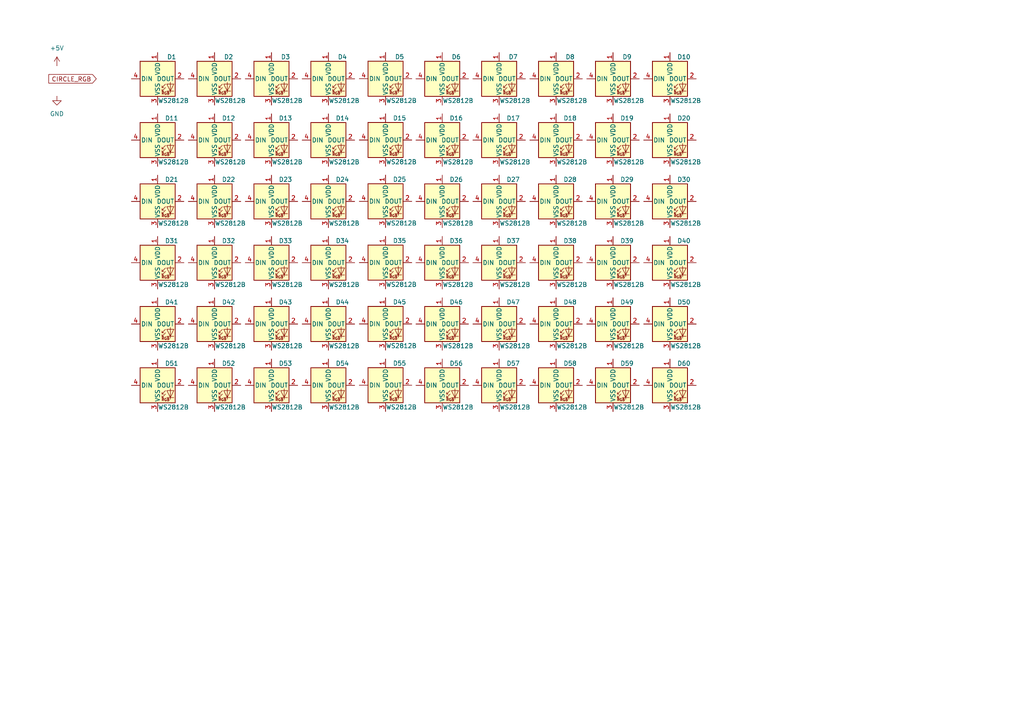
<source format=kicad_sch>
(kicad_sch (version 20231120) (generator "eeschema") (generator_version "8.0")
  (paper "A4")
  (lib_symbols
    (symbol "LED:WS2812B" (pin_names (offset 0.254))
      (property "Reference" "D" (at 5.08 5.715 0))
      (property "Value" "WS2812B" (at 1.27 -5.715 0))
      (symbol "WS2812B_0_0"
        (text "RGB" (at 2.286 -4.191 0) (effects (font (size 0.762 0.762))))
      )
      (symbol "WS2812B_0_1"
        (polyline (pts (xy 1.27 -3.556) (xy 1.778 -3.556)))
        (polyline (pts (xy 1.27 -2.54) (xy 1.778 -2.54)))
        (polyline (pts (xy 4.699 -3.556) (xy 2.667 -3.556)))
        (polyline (pts (xy 2.286 -2.54) (xy 1.27 -3.556) (xy 1.27 -3.048)))
        (polyline (pts (xy 2.286 -1.524) (xy 1.27 -2.54) (xy 1.27 -2.032)))
        (polyline (pts (xy 3.683 -1.016) (xy 3.683 -3.556) (xy 3.683 -4.064)))
        (polyline (pts (xy 4.699 -1.524) (xy 2.667 -1.524) (xy 3.683 -3.556) (xy 4.699 -1.524)))
        (rectangle (start 5.08 5.08) (end -5.08 -5.08) (stroke (width 0.254)) (fill (type background)))
      )
      (symbol "WS2812B_1_1"
        (pin power_in line (at 0 7.62 270) (length 2.54) (name "VDD") (number "1"))
        (pin output line (at 7.62 0 180) (length 2.54) (name "DOUT") (number "2"))
        (pin power_in line (at 0 -7.62 90) (length 2.54) (name "VSS") (number "3"))
        (pin input line (at -7.62 0 0) (length 2.54) (name "DIN") (number "4"))
      )
    )
    (symbol "power:+5V" (power) (pin_numbers hide) (pin_names (offset 0) hide)
      (property "Value" "+5V" (at 0 3.556 0))
      (symbol "+5V_0_1"
        (polyline (pts (xy -0.762 1.27) (xy 0 2.54)))
        (polyline (pts (xy 0 0) (xy 0 2.54)))
        (polyline (pts (xy 0 2.54) (xy 0.762 1.27)))
      )
      (symbol "+5V_1_1"
        (pin power_in line (at 0 0 90) (length 0) (name "~") (number "1"))
      )
    )
    (symbol "power:GND" (power) (pin_numbers hide) (pin_names (offset 0) hide)
      (property "Value" "GND" (at 0 -3.81 0))
      (symbol "GND_0_1"
        (polyline (pts (xy 0 0) (xy 0 -1.27) (xy 1.27 -1.27) (xy 0 -2.54) (xy -1.27 -1.27) (xy 0 -1.27)))
      )
      (symbol "GND_1_1"
        (pin power_in line (at 0 0 270) (length 0) (name "~") (number "1"))
      )
    )
  )
  (global_label "CIRCLE_RGB" (shape input) (at 27.94 22.86 180) (property "Intersheetrefs" "${INTERSHEET_REFS}" (effects (hide yes))))
  (symbol (lib_id "LED:WS2812B") (at 62.23 93.98 0) (unit 1)
    (property "Reference" "D42" (at 66.294 87.63 0))
    (property "Value" "WS2812B" (at 66.802 100.33 0))
    (property "Footprint" "LED_SMD:LED_WS2812B-2020_PLCC4_2.0x2.0mm" (effects (hide yes)))
    (property "Datasheet" "https://cdn-shop.adafruit.com/datasheets/WS2812B.pdf" (effects (hide yes)))
    (property "Description" "RGB LED with integrated controller" (effects (hide yes)))
  )
  (symbol (lib_id "LED:WS2812B") (at 161.29 58.42 0) (unit 1)
    (property "Reference" "D28" (at 165.354 52.07 0))
    (property "Value" "WS2812B" (at 165.862 64.77 0))
    (property "Footprint" "LED_SMD:LED_WS2812B-2020_PLCC4_2.0x2.0mm" (effects (hide yes)))
    (property "Datasheet" "https://cdn-shop.adafruit.com/datasheets/WS2812B.pdf" (effects (hide yes)))
    (property "Description" "RGB LED with integrated controller" (effects (hide yes)))
  )
  (symbol (lib_id "LED:WS2812B") (at 128.27 76.2 0) (unit 1)
    (property "Reference" "D36" (at 132.334 69.85 0))
    (property "Value" "WS2812B" (at 132.842 82.55 0))
    (property "Footprint" "LED_SMD:LED_WS2812B-2020_PLCC4_2.0x2.0mm" (effects (hide yes)))
    (property "Datasheet" "https://cdn-shop.adafruit.com/datasheets/WS2812B.pdf" (effects (hide yes)))
    (property "Description" "RGB LED with integrated controller" (effects (hide yes)))
  )
  (symbol (lib_id "power:+5V") (at 16.51 19.05 0) (unit 1)
    (property "Reference" "#PWR01" (effects (hide yes)))
    (property "Value" "+5V" (at 16.51 13.97 0))
    (property "Description" "Power symbol creates a global label with name \"+5V\"" (effects (hide yes)))
  )
  (symbol (lib_id "LED:WS2812B") (at 95.25 58.42 0) (unit 1)
    (property "Reference" "D24" (at 99.314 52.07 0))
    (property "Value" "WS2812B" (at 99.822 64.77 0))
    (property "Footprint" "LED_SMD:LED_WS2812B-2020_PLCC4_2.0x2.0mm" (effects (hide yes)))
    (property "Datasheet" "https://cdn-shop.adafruit.com/datasheets/WS2812B.pdf" (effects (hide yes)))
    (property "Description" "RGB LED with integrated controller" (effects (hide yes)))
  )
  (symbol (lib_id "LED:WS2812B") (at 95.25 40.64 0) (unit 1)
    (property "Reference" "D14" (at 99.314 34.29 0))
    (property "Value" "WS2812B" (at 99.822 46.99 0))
    (property "Footprint" "LED_SMD:LED_WS2812B-2020_PLCC4_2.0x2.0mm" (effects (hide yes)))
    (property "Datasheet" "https://cdn-shop.adafruit.com/datasheets/WS2812B.pdf" (effects (hide yes)))
    (property "Description" "RGB LED with integrated controller" (effects (hide yes)))
  )
  (symbol (lib_id "LED:WS2812B") (at 95.25 22.86 0) (unit 1)
    (property "Reference" "D4" (at 99.314 16.51 0))
    (property "Value" "WS2812B" (at 99.822 29.21 0))
    (property "Footprint" "LED_SMD:LED_WS2812B-2020_PLCC4_2.0x2.0mm" (effects (hide yes)))
    (property "Datasheet" "https://cdn-shop.adafruit.com/datasheets/WS2812B.pdf" (effects (hide yes)))
    (property "Description" "RGB LED with integrated controller" (effects (hide yes)))
  )
  (symbol (lib_id "LED:WS2812B") (at 177.8 76.2 0) (unit 1)
    (property "Reference" "D39" (at 181.864 69.85 0))
    (property "Value" "WS2812B" (at 182.372 82.55 0))
    (property "Footprint" "LED_SMD:LED_WS2812B-2020_PLCC4_2.0x2.0mm" (effects (hide yes)))
    (property "Datasheet" "https://cdn-shop.adafruit.com/datasheets/WS2812B.pdf" (effects (hide yes)))
    (property "Description" "RGB LED with integrated controller" (effects (hide yes)))
  )
  (symbol (lib_id "LED:WS2812B") (at 144.78 76.2 0) (unit 1)
    (property "Reference" "D37" (at 148.844 69.85 0))
    (property "Value" "WS2812B" (at 149.352 82.55 0))
    (property "Footprint" "LED_SMD:LED_WS2812B-2020_PLCC4_2.0x2.0mm" (effects (hide yes)))
    (property "Datasheet" "https://cdn-shop.adafruit.com/datasheets/WS2812B.pdf" (effects (hide yes)))
    (property "Description" "RGB LED with integrated controller" (effects (hide yes)))
  )
  (symbol (lib_id "LED:WS2812B") (at 111.8263 76.1729 0) (unit 1)
    (property "Reference" "D35" (at 115.8903 69.8229 0))
    (property "Value" "WS2812B" (at 116.3983 82.5229 0))
    (property "Footprint" "LED_SMD:LED_WS2812B-2020_PLCC4_2.0x2.0mm" (effects (hide yes)))
    (property "Datasheet" "https://cdn-shop.adafruit.com/datasheets/WS2812B.pdf" (effects (hide yes)))
    (property "Description" "RGB LED with integrated controller" (effects (hide yes)))
  )
  (symbol (lib_id "LED:WS2812B") (at 161.29 40.64 0) (unit 1)
    (property "Reference" "D18" (at 165.354 34.29 0))
    (property "Value" "WS2812B" (at 165.862 46.99 0))
    (property "Footprint" "LED_SMD:LED_WS2812B-2020_PLCC4_2.0x2.0mm" (effects (hide yes)))
    (property "Datasheet" "https://cdn-shop.adafruit.com/datasheets/WS2812B.pdf" (effects (hide yes)))
    (property "Description" "RGB LED with integrated controller" (effects (hide yes)))
  )
  (symbol (lib_id "LED:WS2812B") (at 177.8 58.42 0) (unit 1)
    (property "Reference" "D29" (at 181.864 52.07 0))
    (property "Value" "WS2812B" (at 182.372 64.77 0))
    (property "Footprint" "LED_SMD:LED_WS2812B-2020_PLCC4_2.0x2.0mm" (effects (hide yes)))
    (property "Datasheet" "https://cdn-shop.adafruit.com/datasheets/WS2812B.pdf" (effects (hide yes)))
    (property "Description" "RGB LED with integrated controller" (effects (hide yes)))
  )
  (symbol (lib_id "LED:WS2812B") (at 194.31 58.42 0) (unit 1)
    (property "Reference" "D30" (at 198.374 52.07 0))
    (property "Value" "WS2812B" (at 198.882 64.77 0))
    (property "Footprint" "LED_SMD:LED_WS2812B-2020_PLCC4_2.0x2.0mm" (effects (hide yes)))
    (property "Datasheet" "https://cdn-shop.adafruit.com/datasheets/WS2812B.pdf" (effects (hide yes)))
    (property "Description" "RGB LED with integrated controller" (effects (hide yes)))
  )
  (symbol (lib_id "LED:WS2812B") (at 78.74 22.86 0) (unit 1)
    (property "Reference" "D3" (at 82.804 16.51 0))
    (property "Value" "WS2812B" (at 83.312 29.21 0))
    (property "Footprint" "LED_SMD:LED_WS2812B-2020_PLCC4_2.0x2.0mm" (effects (hide yes)))
    (property "Datasheet" "https://cdn-shop.adafruit.com/datasheets/WS2812B.pdf" (effects (hide yes)))
    (property "Description" "RGB LED with integrated controller" (effects (hide yes)))
  )
  (symbol (lib_id "LED:WS2812B") (at 45.72 58.42 0) (unit 1)
    (property "Reference" "D21" (at 49.784 52.07 0))
    (property "Value" "WS2812B" (at 50.292 64.77 0))
    (property "Footprint" "LED_SMD:LED_WS2812B-2020_PLCC4_2.0x2.0mm" (effects (hide yes)))
    (property "Datasheet" "https://cdn-shop.adafruit.com/datasheets/WS2812B.pdf" (effects (hide yes)))
    (property "Description" "RGB LED with integrated controller" (effects (hide yes)))
  )
  (symbol (lib_id "LED:WS2812B") (at 128.27 93.98 0) (unit 1)
    (property "Reference" "D46" (at 132.334 87.63 0))
    (property "Value" "WS2812B" (at 132.842 100.33 0))
    (property "Footprint" "LED_SMD:LED_WS2812B-2020_PLCC4_2.0x2.0mm" (effects (hide yes)))
    (property "Datasheet" "https://cdn-shop.adafruit.com/datasheets/WS2812B.pdf" (effects (hide yes)))
    (property "Description" "RGB LED with integrated controller" (effects (hide yes)))
  )
  (symbol (lib_id "LED:WS2812B") (at 144.78 40.64 0) (unit 1)
    (property "Reference" "D17" (at 148.844 34.29 0))
    (property "Value" "WS2812B" (at 149.352 46.99 0))
    (property "Footprint" "LED_SMD:LED_WS2812B-2020_PLCC4_2.0x2.0mm" (effects (hide yes)))
    (property "Datasheet" "https://cdn-shop.adafruit.com/datasheets/WS2812B.pdf" (effects (hide yes)))
    (property "Description" "RGB LED with integrated controller" (effects (hide yes)))
  )
  (symbol (lib_id "LED:WS2812B") (at 45.72 93.98 0) (unit 1)
    (property "Reference" "D41" (at 49.784 87.63 0))
    (property "Value" "WS2812B" (at 50.292 100.33 0))
    (property "Footprint" "LED_SMD:LED_WS2812B-2020_PLCC4_2.0x2.0mm" (effects (hide yes)))
    (property "Datasheet" "https://cdn-shop.adafruit.com/datasheets/WS2812B.pdf" (effects (hide yes)))
    (property "Description" "RGB LED with integrated controller" (effects (hide yes)))
  )
  (symbol (lib_id "LED:WS2812B") (at 161.29 22.86 0) (unit 1)
    (property "Reference" "D8" (at 165.354 16.51 0))
    (property "Value" "WS2812B" (at 165.862 29.21 0))
    (property "Footprint" "LED_SMD:LED_WS2812B-2020_PLCC4_2.0x2.0mm" (effects (hide yes)))
    (property "Datasheet" "https://cdn-shop.adafruit.com/datasheets/WS2812B.pdf" (effects (hide yes)))
    (property "Description" "RGB LED with integrated controller" (effects (hide yes)))
  )
  (symbol (lib_id "LED:WS2812B") (at 128.27 111.76 0) (unit 1)
    (property "Reference" "D56" (at 132.334 105.41 0))
    (property "Value" "WS2812B" (at 132.842 118.11 0))
    (property "Footprint" "LED_SMD:LED_WS2812B-2020_PLCC4_2.0x2.0mm" (effects (hide yes)))
    (property "Datasheet" "https://cdn-shop.adafruit.com/datasheets/WS2812B.pdf" (effects (hide yes)))
    (property "Description" "RGB LED with integrated controller" (effects (hide yes)))
  )
  (symbol (lib_id "power:GND") (at 16.51 27.94 0) (unit 1)
    (property "Reference" "#PWR02" (effects (hide yes)))
    (property "Value" "GND" (at 16.51 33.02 0))
    (property "Description" "Power symbol creates a global label with name \"GND\" , ground" (effects (hide yes)))
  )
  (symbol (lib_id "LED:WS2812B") (at 111.8263 111.7329 0) (unit 1)
    (property "Reference" "D55" (at 115.8903 105.3829 0))
    (property "Value" "WS2812B" (at 116.3983 118.0829 0))
    (property "Footprint" "LED_SMD:LED_WS2812B-2020_PLCC4_2.0x2.0mm" (effects (hide yes)))
    (property "Datasheet" "https://cdn-shop.adafruit.com/datasheets/WS2812B.pdf" (effects (hide yes)))
    (property "Description" "RGB LED with integrated controller" (effects (hide yes)))
  )
  (symbol (lib_id "LED:WS2812B") (at 111.8263 40.6129 0) (unit 1)
    (property "Reference" "D15" (at 115.8903 34.2629 0))
    (property "Value" "WS2812B" (at 116.3983 46.9629 0))
    (property "Footprint" "LED_SMD:LED_WS2812B-2020_PLCC4_2.0x2.0mm" (effects (hide yes)))
    (property "Datasheet" "https://cdn-shop.adafruit.com/datasheets/WS2812B.pdf" (effects (hide yes)))
    (property "Description" "RGB LED with integrated controller" (effects (hide yes)))
  )
  (symbol (lib_id "LED:WS2812B") (at 161.29 76.2 0) (unit 1)
    (property "Reference" "D38" (at 165.354 69.85 0))
    (property "Value" "WS2812B" (at 165.862 82.55 0))
    (property "Footprint" "LED_SMD:LED_WS2812B-2020_PLCC4_2.0x2.0mm" (effects (hide yes)))
    (property "Datasheet" "https://cdn-shop.adafruit.com/datasheets/WS2812B.pdf" (effects (hide yes)))
    (property "Description" "RGB LED with integrated controller" (effects (hide yes)))
  )
  (symbol (lib_id "LED:WS2812B") (at 45.72 40.64 0) (unit 1)
    (property "Reference" "D11" (at 49.784 34.29 0))
    (property "Value" "WS2812B" (at 50.292 46.99 0))
    (property "Footprint" "LED_SMD:LED_WS2812B-2020_PLCC4_2.0x2.0mm" (effects (hide yes)))
    (property "Datasheet" "https://cdn-shop.adafruit.com/datasheets/WS2812B.pdf" (effects (hide yes)))
    (property "Description" "RGB LED with integrated controller" (effects (hide yes)))
  )
  (symbol (lib_id "LED:WS2812B") (at 78.74 58.42 0) (unit 1)
    (property "Reference" "D23" (at 82.804 52.07 0))
    (property "Value" "WS2812B" (at 83.312 64.77 0))
    (property "Footprint" "LED_SMD:LED_WS2812B-2020_PLCC4_2.0x2.0mm" (effects (hide yes)))
    (property "Datasheet" "https://cdn-shop.adafruit.com/datasheets/WS2812B.pdf" (effects (hide yes)))
    (property "Description" "RGB LED with integrated controller" (effects (hide yes)))
  )
  (symbol (lib_id "LED:WS2812B") (at 144.78 111.76 0) (unit 1)
    (property "Reference" "D57" (at 148.844 105.41 0))
    (property "Value" "WS2812B" (at 149.352 118.11 0))
    (property "Footprint" "LED_SMD:LED_WS2812B-2020_PLCC4_2.0x2.0mm" (effects (hide yes)))
    (property "Datasheet" "https://cdn-shop.adafruit.com/datasheets/WS2812B.pdf" (effects (hide yes)))
    (property "Description" "RGB LED with integrated controller" (effects (hide yes)))
  )
  (symbol (lib_id "LED:WS2812B") (at 45.72 76.2 0) (unit 1)
    (property "Reference" "D31" (at 49.784 69.85 0))
    (property "Value" "WS2812B" (at 50.292 82.55 0))
    (property "Footprint" "LED_SMD:LED_WS2812B-2020_PLCC4_2.0x2.0mm" (effects (hide yes)))
    (property "Datasheet" "https://cdn-shop.adafruit.com/datasheets/WS2812B.pdf" (effects (hide yes)))
    (property "Description" "RGB LED with integrated controller" (effects (hide yes)))
  )
  (symbol (lib_id "LED:WS2812B") (at 194.31 22.86 0) (unit 1)
    (property "Reference" "D10" (at 198.374 16.51 0))
    (property "Value" "WS2812B" (at 198.882 29.21 0))
    (property "Footprint" "LED_SMD:LED_WS2812B-2020_PLCC4_2.0x2.0mm" (effects (hide yes)))
    (property "Datasheet" "https://cdn-shop.adafruit.com/datasheets/WS2812B.pdf" (effects (hide yes)))
    (property "Description" "RGB LED with integrated controller" (effects (hide yes)))
  )
  (symbol (lib_id "LED:WS2812B") (at 144.78 58.42 0) (unit 1)
    (property "Reference" "D27" (at 148.844 52.07 0))
    (property "Value" "WS2812B" (at 149.352 64.77 0))
    (property "Footprint" "LED_SMD:LED_WS2812B-2020_PLCC4_2.0x2.0mm" (effects (hide yes)))
    (property "Datasheet" "https://cdn-shop.adafruit.com/datasheets/WS2812B.pdf" (effects (hide yes)))
    (property "Description" "RGB LED with integrated controller" (effects (hide yes)))
  )
  (symbol (lib_id "LED:WS2812B") (at 194.31 40.64 0) (unit 1)
    (property "Reference" "D20" (at 198.374 34.29 0))
    (property "Value" "WS2812B" (at 198.882 46.99 0))
    (property "Footprint" "LED_SMD:LED_WS2812B-2020_PLCC4_2.0x2.0mm" (effects (hide yes)))
    (property "Datasheet" "https://cdn-shop.adafruit.com/datasheets/WS2812B.pdf" (effects (hide yes)))
    (property "Description" "RGB LED with integrated controller" (effects (hide yes)))
  )
  (symbol (lib_id "LED:WS2812B") (at 62.23 111.76 0) (unit 1)
    (property "Reference" "D52" (at 66.294 105.41 0))
    (property "Value" "WS2812B" (at 66.802 118.11 0))
    (property "Footprint" "LED_SMD:LED_WS2812B-2020_PLCC4_2.0x2.0mm" (effects (hide yes)))
    (property "Datasheet" "https://cdn-shop.adafruit.com/datasheets/WS2812B.pdf" (effects (hide yes)))
    (property "Description" "RGB LED with integrated controller" (effects (hide yes)))
  )
  (symbol (lib_id "LED:WS2812B") (at 128.27 40.64 0) (unit 1)
    (property "Reference" "D16" (at 132.334 34.29 0))
    (property "Value" "WS2812B" (at 132.842 46.99 0))
    (property "Footprint" "LED_SMD:LED_WS2812B-2020_PLCC4_2.0x2.0mm" (effects (hide yes)))
    (property "Datasheet" "https://cdn-shop.adafruit.com/datasheets/WS2812B.pdf" (effects (hide yes)))
    (property "Description" "RGB LED with integrated controller" (effects (hide yes)))
  )
  (symbol (lib_id "LED:WS2812B") (at 177.8 93.98 0) (unit 1)
    (property "Reference" "D49" (at 181.864 87.63 0))
    (property "Value" "WS2812B" (at 182.372 100.33 0))
    (property "Footprint" "LED_SMD:LED_WS2812B-2020_PLCC4_2.0x2.0mm" (effects (hide yes)))
    (property "Datasheet" "https://cdn-shop.adafruit.com/datasheets/WS2812B.pdf" (effects (hide yes)))
    (property "Description" "RGB LED with integrated controller" (effects (hide yes)))
  )
  (symbol (lib_id "LED:WS2812B") (at 95.25 76.2 0) (unit 1)
    (property "Reference" "D34" (at 99.314 69.85 0))
    (property "Value" "WS2812B" (at 99.822 82.55 0))
    (property "Footprint" "LED_SMD:LED_WS2812B-2020_PLCC4_2.0x2.0mm" (effects (hide yes)))
    (property "Datasheet" "https://cdn-shop.adafruit.com/datasheets/WS2812B.pdf" (effects (hide yes)))
    (property "Description" "RGB LED with integrated controller" (effects (hide yes)))
  )
  (symbol (lib_id "LED:WS2812B") (at 95.25 93.98 0) (unit 1)
    (property "Reference" "D44" (at 99.314 87.63 0))
    (property "Value" "WS2812B" (at 99.822 100.33 0))
    (property "Footprint" "LED_SMD:LED_WS2812B-2020_PLCC4_2.0x2.0mm" (effects (hide yes)))
    (property "Datasheet" "https://cdn-shop.adafruit.com/datasheets/WS2812B.pdf" (effects (hide yes)))
    (property "Description" "RGB LED with integrated controller" (effects (hide yes)))
  )
  (symbol (lib_id "LED:WS2812B") (at 78.74 76.2 0) (unit 1)
    (property "Reference" "D33" (at 82.804 69.85 0))
    (property "Value" "WS2812B" (at 83.312 82.55 0))
    (property "Footprint" "LED_SMD:LED_WS2812B-2020_PLCC4_2.0x2.0mm" (effects (hide yes)))
    (property "Datasheet" "https://cdn-shop.adafruit.com/datasheets/WS2812B.pdf" (effects (hide yes)))
    (property "Description" "RGB LED with integrated controller" (effects (hide yes)))
  )
  (symbol (lib_id "LED:WS2812B") (at 144.78 93.98 0) (unit 1)
    (property "Reference" "D47" (at 148.844 87.63 0))
    (property "Value" "WS2812B" (at 149.352 100.33 0))
    (property "Footprint" "LED_SMD:LED_WS2812B-2020_PLCC4_2.0x2.0mm" (effects (hide yes)))
    (property "Datasheet" "https://cdn-shop.adafruit.com/datasheets/WS2812B.pdf" (effects (hide yes)))
    (property "Description" "RGB LED with integrated controller" (effects (hide yes)))
  )
  (symbol (lib_id "LED:WS2812B") (at 128.27 58.42 0) (unit 1)
    (property "Reference" "D26" (at 132.334 52.07 0))
    (property "Value" "WS2812B" (at 132.842 64.77 0))
    (property "Footprint" "LED_SMD:LED_WS2812B-2020_PLCC4_2.0x2.0mm" (effects (hide yes)))
    (property "Datasheet" "https://cdn-shop.adafruit.com/datasheets/WS2812B.pdf" (effects (hide yes)))
    (property "Description" "RGB LED with integrated controller" (effects (hide yes)))
  )
  (symbol (lib_id "LED:WS2812B") (at 78.74 40.64 0) (unit 1)
    (property "Reference" "D13" (at 82.804 34.29 0))
    (property "Value" "WS2812B" (at 83.312 46.99 0))
    (property "Footprint" "LED_SMD:LED_WS2812B-2020_PLCC4_2.0x2.0mm" (effects (hide yes)))
    (property "Datasheet" "https://cdn-shop.adafruit.com/datasheets/WS2812B.pdf" (effects (hide yes)))
    (property "Description" "RGB LED with integrated controller" (effects (hide yes)))
  )
  (symbol (lib_id "LED:WS2812B") (at 177.8 40.64 0) (unit 1)
    (property "Reference" "D19" (at 181.864 34.29 0))
    (property "Value" "WS2812B" (at 182.372 46.99 0))
    (property "Footprint" "LED_SMD:LED_WS2812B-2020_PLCC4_2.0x2.0mm" (effects (hide yes)))
    (property "Datasheet" "https://cdn-shop.adafruit.com/datasheets/WS2812B.pdf" (effects (hide yes)))
    (property "Description" "RGB LED with integrated controller" (effects (hide yes)))
  )
  (symbol (lib_id "LED:WS2812B") (at 45.72 22.86 0) (unit 1)
    (property "Reference" "D1" (at 49.784 16.51 0))
    (property "Value" "WS2812B" (at 50.292 29.21 0))
    (property "Footprint" "LED_SMD:LED_WS2812B-2020_PLCC4_2.0x2.0mm" (effects (hide yes)))
    (property "Datasheet" "https://cdn-shop.adafruit.com/datasheets/WS2812B.pdf" (effects (hide yes)))
    (property "Description" "RGB LED with integrated controller" (effects (hide yes)))
  )
  (symbol (lib_id "LED:WS2812B") (at 194.31 76.2 0) (unit 1)
    (property "Reference" "D40" (at 198.374 69.85 0))
    (property "Value" "WS2812B" (at 198.882 82.55 0))
    (property "Footprint" "LED_SMD:LED_WS2812B-2020_PLCC4_2.0x2.0mm" (effects (hide yes)))
    (property "Datasheet" "https://cdn-shop.adafruit.com/datasheets/WS2812B.pdf" (effects (hide yes)))
    (property "Description" "RGB LED with integrated controller" (effects (hide yes)))
  )
  (symbol (lib_id "LED:WS2812B") (at 194.31 111.76 0) (unit 1)
    (property "Reference" "D60" (at 198.374 105.41 0))
    (property "Value" "WS2812B" (at 198.882 118.11 0))
    (property "Footprint" "LED_SMD:LED_WS2812B-2020_PLCC4_2.0x2.0mm" (effects (hide yes)))
    (property "Datasheet" "https://cdn-shop.adafruit.com/datasheets/WS2812B.pdf" (effects (hide yes)))
    (property "Description" "RGB LED with integrated controller" (effects (hide yes)))
  )
  (symbol (lib_id "LED:WS2812B") (at 111.8263 22.8329 0) (unit 1)
    (property "Reference" "D5" (at 115.8903 16.4829 0))
    (property "Value" "WS2812B" (at 116.3983 29.1829 0))
    (property "Footprint" "LED_SMD:LED_WS2812B-2020_PLCC4_2.0x2.0mm" (effects (hide yes)))
    (property "Datasheet" "https://cdn-shop.adafruit.com/datasheets/WS2812B.pdf" (effects (hide yes)))
    (property "Description" "RGB LED with integrated controller" (effects (hide yes)))
  )
  (symbol (lib_id "LED:WS2812B") (at 194.31 93.98 0) (unit 1)
    (property "Reference" "D50" (at 198.374 87.63 0))
    (property "Value" "WS2812B" (at 198.882 100.33 0))
    (property "Footprint" "LED_SMD:LED_WS2812B-2020_PLCC4_2.0x2.0mm" (effects (hide yes)))
    (property "Datasheet" "https://cdn-shop.adafruit.com/datasheets/WS2812B.pdf" (effects (hide yes)))
    (property "Description" "RGB LED with integrated controller" (effects (hide yes)))
  )
  (symbol (lib_id "LED:WS2812B") (at 177.8 111.76 0) (unit 1)
    (property "Reference" "D59" (at 181.864 105.41 0))
    (property "Value" "WS2812B" (at 182.372 118.11 0))
    (property "Footprint" "LED_SMD:LED_WS2812B-2020_PLCC4_2.0x2.0mm" (effects (hide yes)))
    (property "Datasheet" "https://cdn-shop.adafruit.com/datasheets/WS2812B.pdf" (effects (hide yes)))
    (property "Description" "RGB LED with integrated controller" (effects (hide yes)))
  )
  (symbol (lib_id "LED:WS2812B") (at 95.25 111.76 0) (unit 1)
    (property "Reference" "D54" (at 99.314 105.41 0))
    (property "Value" "WS2812B" (at 99.822 118.11 0))
    (property "Footprint" "LED_SMD:LED_WS2812B-2020_PLCC4_2.0x2.0mm" (effects (hide yes)))
    (property "Datasheet" "https://cdn-shop.adafruit.com/datasheets/WS2812B.pdf" (effects (hide yes)))
    (property "Description" "RGB LED with integrated controller" (effects (hide yes)))
  )
  (symbol (lib_id "LED:WS2812B") (at 161.29 93.98 0) (unit 1)
    (property "Reference" "D48" (at 165.354 87.63 0))
    (property "Value" "WS2812B" (at 165.862 100.33 0))
    (property "Footprint" "LED_SMD:LED_WS2812B-2020_PLCC4_2.0x2.0mm" (effects (hide yes)))
    (property "Datasheet" "https://cdn-shop.adafruit.com/datasheets/WS2812B.pdf" (effects (hide yes)))
    (property "Description" "RGB LED with integrated controller" (effects (hide yes)))
  )
  (symbol (lib_id "LED:WS2812B") (at 78.74 111.76 0) (unit 1)
    (property "Reference" "D53" (at 82.804 105.41 0))
    (property "Value" "WS2812B" (at 83.312 118.11 0))
    (property "Footprint" "LED_SMD:LED_WS2812B-2020_PLCC4_2.0x2.0mm" (effects (hide yes)))
    (property "Datasheet" "https://cdn-shop.adafruit.com/datasheets/WS2812B.pdf" (effects (hide yes)))
    (property "Description" "RGB LED with integrated controller" (effects (hide yes)))
  )
  (symbol (lib_id "LED:WS2812B") (at 128.27 22.86 0) (unit 1)
    (property "Reference" "D6" (at 132.334 16.51 0))
    (property "Value" "WS2812B" (at 132.842 29.21 0))
    (property "Footprint" "LED_SMD:LED_WS2812B-2020_PLCC4_2.0x2.0mm" (effects (hide yes)))
    (property "Datasheet" "https://cdn-shop.adafruit.com/datasheets/WS2812B.pdf" (effects (hide yes)))
    (property "Description" "RGB LED with integrated controller" (effects (hide yes)))
  )
  (symbol (lib_id "LED:WS2812B") (at 62.23 22.86 0) (unit 1)
    (property "Reference" "D2" (at 66.294 16.51 0))
    (property "Value" "WS2812B" (at 66.802 29.21 0))
    (property "Footprint" "LED_SMD:LED_WS2812B-2020_PLCC4_2.0x2.0mm" (effects (hide yes)))
    (property "Datasheet" "https://cdn-shop.adafruit.com/datasheets/WS2812B.pdf" (effects (hide yes)))
    (property "Description" "RGB LED with integrated controller" (effects (hide yes)))
  )
  (symbol (lib_id "LED:WS2812B") (at 62.23 76.2 0) (unit 1)
    (property "Reference" "D32" (at 66.294 69.85 0))
    (property "Value" "WS2812B" (at 66.802 82.55 0))
    (property "Footprint" "LED_SMD:LED_WS2812B-2020_PLCC4_2.0x2.0mm" (effects (hide yes)))
    (property "Datasheet" "https://cdn-shop.adafruit.com/datasheets/WS2812B.pdf" (effects (hide yes)))
    (property "Description" "RGB LED with integrated controller" (effects (hide yes)))
  )
  (symbol (lib_id "LED:WS2812B") (at 78.74 93.98 0) (unit 1)
    (property "Reference" "D43" (at 82.804 87.63 0))
    (property "Value" "WS2812B" (at 83.312 100.33 0))
    (property "Footprint" "LED_SMD:LED_WS2812B-2020_PLCC4_2.0x2.0mm" (effects (hide yes)))
    (property "Datasheet" "https://cdn-shop.adafruit.com/datasheets/WS2812B.pdf" (effects (hide yes)))
    (property "Description" "RGB LED with integrated controller" (effects (hide yes)))
  )
  (symbol (lib_id "LED:WS2812B") (at 144.78 22.86 0) (unit 1)
    (property "Reference" "D7" (at 148.844 16.51 0))
    (property "Value" "WS2812B" (at 149.352 29.21 0))
    (property "Footprint" "LED_SMD:LED_WS2812B-2020_PLCC4_2.0x2.0mm" (effects (hide yes)))
    (property "Datasheet" "https://cdn-shop.adafruit.com/datasheets/WS2812B.pdf" (effects (hide yes)))
    (property "Description" "RGB LED with integrated controller" (effects (hide yes)))
  )
  (symbol (lib_id "LED:WS2812B") (at 62.23 58.42 0) (unit 1)
    (property "Reference" "D22" (at 66.294 52.07 0))
    (property "Value" "WS2812B" (at 66.802 64.77 0))
    (property "Footprint" "LED_SMD:LED_WS2812B-2020_PLCC4_2.0x2.0mm" (effects (hide yes)))
    (property "Datasheet" "https://cdn-shop.adafruit.com/datasheets/WS2812B.pdf" (effects (hide yes)))
    (property "Description" "RGB LED with integrated controller" (effects (hide yes)))
  )
  (symbol (lib_id "LED:WS2812B") (at 111.8263 58.3929 0) (unit 1)
    (property "Reference" "D25" (at 115.8903 52.0429 0))
    (property "Value" "WS2812B" (at 116.3983 64.7429 0))
    (property "Footprint" "LED_SMD:LED_WS2812B-2020_PLCC4_2.0x2.0mm" (effects (hide yes)))
    (property "Datasheet" "https://cdn-shop.adafruit.com/datasheets/WS2812B.pdf" (effects (hide yes)))
    (property "Description" "RGB LED with integrated controller" (effects (hide yes)))
  )
  (symbol (lib_id "LED:WS2812B") (at 161.29 111.76 0) (unit 1)
    (property "Reference" "D58" (at 165.354 105.41 0))
    (property "Value" "WS2812B" (at 165.862 118.11 0))
    (property "Footprint" "LED_SMD:LED_WS2812B-2020_PLCC4_2.0x2.0mm" (effects (hide yes)))
    (property "Datasheet" "https://cdn-shop.adafruit.com/datasheets/WS2812B.pdf" (effects (hide yes)))
    (property "Description" "RGB LED with integrated controller" (effects (hide yes)))
  )
  (symbol (lib_id "LED:WS2812B") (at 45.72 111.76 0) (unit 1)
    (property "Reference" "D51" (at 49.784 105.41 0))
    (property "Value" "WS2812B" (at 50.292 118.11 0))
    (property "Footprint" "LED_SMD:LED_WS2812B-2020_PLCC4_2.0x2.0mm" (effects (hide yes)))
    (property "Datasheet" "https://cdn-shop.adafruit.com/datasheets/WS2812B.pdf" (effects (hide yes)))
    (property "Description" "RGB LED with integrated controller" (effects (hide yes)))
  )
  (symbol (lib_id "LED:WS2812B") (at 62.23 40.64 0) (unit 1)
    (property "Reference" "D12" (at 66.294 34.29 0))
    (property "Value" "WS2812B" (at 66.802 46.99 0))
    (property "Footprint" "LED_SMD:LED_WS2812B-2020_PLCC4_2.0x2.0mm" (effects (hide yes)))
    (property "Datasheet" "https://cdn-shop.adafruit.com/datasheets/WS2812B.pdf" (effects (hide yes)))
    (property "Description" "RGB LED with integrated controller" (effects (hide yes)))
  )
  (symbol (lib_id "LED:WS2812B") (at 177.8 22.86 0) (unit 1)
    (property "Reference" "D9" (at 181.864 16.51 0))
    (property "Value" "WS2812B" (at 182.372 29.21 0))
    (property "Footprint" "LED_SMD:LED_WS2812B-2020_PLCC4_2.0x2.0mm" (effects (hide yes)))
    (property "Datasheet" "https://cdn-shop.adafruit.com/datasheets/WS2812B.pdf" (effects (hide yes)))
    (property "Description" "RGB LED with integrated controller" (effects (hide yes)))
  )
  (symbol (lib_id "LED:WS2812B") (at 111.8263 93.9529 0) (unit 1)
    (property "Reference" "D45" (at 115.8903 87.6029 0))
    (property "Value" "WS2812B" (at 116.3983 100.3029 0))
    (property "Footprint" "LED_SMD:LED_WS2812B-2020_PLCC4_2.0x2.0mm" (effects (hide yes)))
    (property "Datasheet" "https://cdn-shop.adafruit.com/datasheets/WS2812B.pdf" (effects (hide yes)))
    (property "Description" "RGB LED with integrated controller" (effects (hide yes)))
  )
)
</source>
